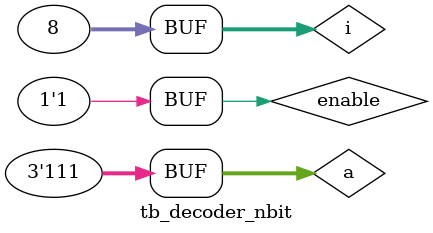
<source format=v>


module decoder_nbit 
    // Parameters section
    #( parameter N = 3)
    // Ports section
    (input [N-1:0] a,
     input enable,
     output reg [2**N-1:0] y
    );
  
    always @(*) begin
        if (enable == 0) 
            y = 0;
        else
            y = (1 << a);
    end  
  
endmodule




`timescale 1us/1ns
module tb_decoder_nbit();
	
    parameter DEC_WIDTH = 3;
    reg [DEC_WIDTH-1:0] a;
    reg  enable ;
    wire  [2**DEC_WIDTH-1:0] y;
	
	integer i; // used in the for loop
	
    // Instantiate the parameterized DUT
    decoder_nbit 
    #(.N(DEC_WIDTH))
    DEC1
    (
      .a(a),
      .enable(enable),
      .y(y)
    );
  
    // Create stimulus
    initial begin
        $monitor($time, " a = %d, enable = %b, y = %b", a, enable, y);
        #1; a = 0; enable = 0;
        for (i = 0; i<2**DEC_WIDTH; i=i+1) begin
            #1; a = i; enable = 1;
        end
    end
  
endmodule

</source>
